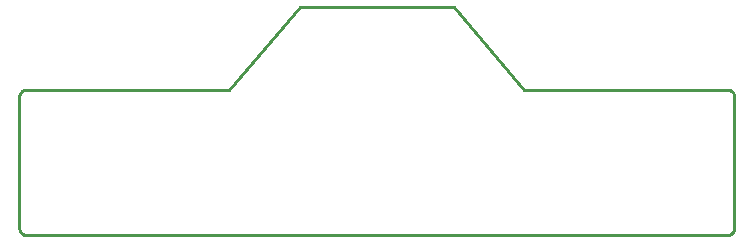
<source format=gbr>
G04 EAGLE Gerber X2 export*
G04 #@! %TF.Part,Single*
G04 #@! %TF.FileFunction,Profile,NP*
G04 #@! %TF.FilePolarity,Positive*
G04 #@! %TF.GenerationSoftware,Autodesk,EAGLE,8.6.0*
G04 #@! %TF.CreationDate,2018-03-03T07:33:01Z*
G75*
%MOMM*%
%FSLAX34Y34*%
%LPD*%
%AMOC8*
5,1,8,0,0,1.08239X$1,22.5*%
G01*
%ADD10C,0.254000*%


D10*
X17500Y42500D02*
X17519Y42064D01*
X17576Y41632D01*
X17670Y41206D01*
X17802Y40790D01*
X17968Y40387D01*
X18170Y40000D01*
X18404Y39632D01*
X18670Y39286D01*
X18964Y38964D01*
X19286Y38670D01*
X19632Y38404D01*
X20000Y38170D01*
X20387Y37968D01*
X20790Y37802D01*
X21206Y37670D01*
X21632Y37576D01*
X22064Y37519D01*
X22500Y37500D01*
X617500Y37500D01*
X617936Y37519D01*
X618368Y37576D01*
X618794Y37670D01*
X619210Y37802D01*
X619613Y37968D01*
X620000Y38170D01*
X620368Y38404D01*
X620714Y38670D01*
X621036Y38964D01*
X621330Y39286D01*
X621596Y39632D01*
X621830Y40000D01*
X622032Y40387D01*
X622198Y40790D01*
X622330Y41206D01*
X622424Y41632D01*
X622481Y42064D01*
X622500Y42500D01*
X622500Y155000D01*
X622481Y155436D01*
X622424Y155868D01*
X622330Y156294D01*
X622198Y156710D01*
X622032Y157113D01*
X621830Y157500D01*
X621596Y157868D01*
X621330Y158214D01*
X621036Y158536D01*
X620714Y158830D01*
X620368Y159096D01*
X620000Y159330D01*
X619613Y159532D01*
X619210Y159698D01*
X618794Y159830D01*
X618368Y159924D01*
X617936Y159981D01*
X617500Y160000D01*
X445000Y160000D01*
X385000Y230000D01*
X255000Y230000D01*
X195000Y160000D01*
X22500Y160000D01*
X22064Y159981D01*
X21632Y159924D01*
X21206Y159830D01*
X20790Y159698D01*
X20387Y159532D01*
X20000Y159330D01*
X19632Y159096D01*
X19286Y158830D01*
X18964Y158536D01*
X18670Y158214D01*
X18404Y157868D01*
X18170Y157500D01*
X17968Y157113D01*
X17802Y156710D01*
X17670Y156294D01*
X17576Y155868D01*
X17519Y155436D01*
X17500Y155000D01*
X17500Y42500D01*
M02*

</source>
